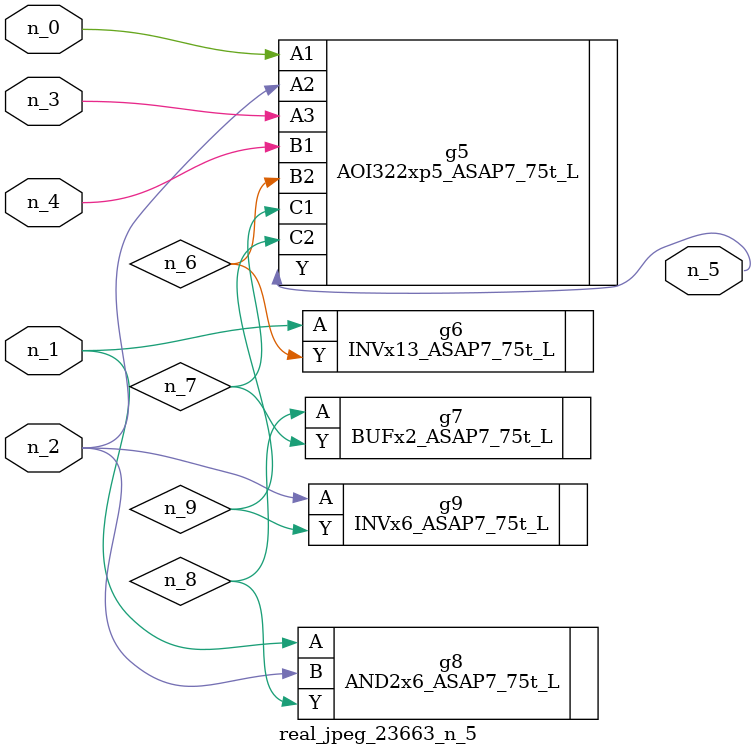
<source format=v>
module real_jpeg_23663_n_5 (n_4, n_0, n_1, n_2, n_3, n_5);

input n_4;
input n_0;
input n_1;
input n_2;
input n_3;

output n_5;

wire n_8;
wire n_6;
wire n_7;
wire n_9;

AOI322xp5_ASAP7_75t_L g5 ( 
.A1(n_0),
.A2(n_2),
.A3(n_3),
.B1(n_4),
.B2(n_6),
.C1(n_7),
.C2(n_9),
.Y(n_5)
);

INVx13_ASAP7_75t_L g6 ( 
.A(n_1),
.Y(n_6)
);

AND2x6_ASAP7_75t_L g8 ( 
.A(n_1),
.B(n_2),
.Y(n_8)
);

INVx6_ASAP7_75t_L g9 ( 
.A(n_2),
.Y(n_9)
);

BUFx2_ASAP7_75t_L g7 ( 
.A(n_8),
.Y(n_7)
);


endmodule
</source>
